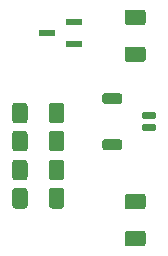
<source format=gbr>
%TF.GenerationSoftware,KiCad,Pcbnew,(5.1.8)-1*%
%TF.CreationDate,2021-08-27T22:01:00+02:00*%
%TF.ProjectId,powerpack_o,706f7765-7270-4616-936b-5f6f2e6b6963,rev?*%
%TF.SameCoordinates,Original*%
%TF.FileFunction,Paste,Top*%
%TF.FilePolarity,Positive*%
%FSLAX46Y46*%
G04 Gerber Fmt 4.6, Leading zero omitted, Abs format (unit mm)*
G04 Created by KiCad (PCBNEW (5.1.8)-1) date 2021-08-27 22:01:00*
%MOMM*%
%LPD*%
G01*
G04 APERTURE LIST*
%ADD10R,1.380000X0.600000*%
G04 APERTURE END LIST*
%TO.C,R2*%
G36*
G01*
X173680000Y-36915001D02*
X173680000Y-35664999D01*
G75*
G02*
X173929999Y-35415000I249999J0D01*
G01*
X174730001Y-35415000D01*
G75*
G02*
X174980000Y-35664999I0J-249999D01*
G01*
X174980000Y-36915001D01*
G75*
G02*
X174730001Y-37165000I-249999J0D01*
G01*
X173929999Y-37165000D01*
G75*
G02*
X173680000Y-36915001I0J249999D01*
G01*
G37*
G36*
G01*
X170580000Y-36915001D02*
X170580000Y-35664999D01*
G75*
G02*
X170829999Y-35415000I249999J0D01*
G01*
X171630001Y-35415000D01*
G75*
G02*
X171880000Y-35664999I0J-249999D01*
G01*
X171880000Y-36915001D01*
G75*
G02*
X171630001Y-37165000I-249999J0D01*
G01*
X170829999Y-37165000D01*
G75*
G02*
X170580000Y-36915001I0J249999D01*
G01*
G37*
%TD*%
%TO.C,R1*%
G36*
G01*
X173680000Y-34540002D02*
X173680000Y-33290000D01*
G75*
G02*
X173929999Y-33040001I249999J0D01*
G01*
X174730001Y-33040001D01*
G75*
G02*
X174980000Y-33290000I0J-249999D01*
G01*
X174980000Y-34540002D01*
G75*
G02*
X174730001Y-34790001I-249999J0D01*
G01*
X173929999Y-34790001D01*
G75*
G02*
X173680000Y-34540002I0J249999D01*
G01*
G37*
G36*
G01*
X170580000Y-34540002D02*
X170580000Y-33290000D01*
G75*
G02*
X170829999Y-33040001I249999J0D01*
G01*
X171630001Y-33040001D01*
G75*
G02*
X171880000Y-33290000I0J-249999D01*
G01*
X171880000Y-34540002D01*
G75*
G02*
X171630001Y-34790001I-249999J0D01*
G01*
X170829999Y-34790001D01*
G75*
G02*
X170580000Y-34540002I0J249999D01*
G01*
G37*
%TD*%
D10*
%TO.C,U1*%
X173510800Y-27127200D03*
X175840800Y-26177200D03*
X175840800Y-28077200D03*
%TD*%
%TO.C,C1*%
G36*
G01*
X180349997Y-43876800D02*
X181650003Y-43876800D01*
G75*
G02*
X181900000Y-44126797I0J-249997D01*
G01*
X181900000Y-44951803D01*
G75*
G02*
X181650003Y-45201800I-249997J0D01*
G01*
X180349997Y-45201800D01*
G75*
G02*
X180100000Y-44951803I0J249997D01*
G01*
X180100000Y-44126797D01*
G75*
G02*
X180349997Y-43876800I249997J0D01*
G01*
G37*
G36*
G01*
X180349997Y-40751800D02*
X181650003Y-40751800D01*
G75*
G02*
X181900000Y-41001797I0J-249997D01*
G01*
X181900000Y-41826803D01*
G75*
G02*
X181650003Y-42076800I-249997J0D01*
G01*
X180349997Y-42076800D01*
G75*
G02*
X180100000Y-41826803I0J249997D01*
G01*
X180100000Y-41001797D01*
G75*
G02*
X180349997Y-40751800I249997J0D01*
G01*
G37*
%TD*%
%TO.C,C2*%
G36*
G01*
X180349997Y-25156200D02*
X181650003Y-25156200D01*
G75*
G02*
X181900000Y-25406197I0J-249997D01*
G01*
X181900000Y-26231203D01*
G75*
G02*
X181650003Y-26481200I-249997J0D01*
G01*
X180349997Y-26481200D01*
G75*
G02*
X180100000Y-26231203I0J249997D01*
G01*
X180100000Y-25406197D01*
G75*
G02*
X180349997Y-25156200I249997J0D01*
G01*
G37*
G36*
G01*
X180349997Y-28281200D02*
X181650003Y-28281200D01*
G75*
G02*
X181900000Y-28531197I0J-249997D01*
G01*
X181900000Y-29356203D01*
G75*
G02*
X181650003Y-29606200I-249997J0D01*
G01*
X180349997Y-29606200D01*
G75*
G02*
X180100000Y-29356203I0J249997D01*
G01*
X180100000Y-28531197D01*
G75*
G02*
X180349997Y-28281200I249997J0D01*
G01*
G37*
%TD*%
%TO.C,J1*%
G36*
G01*
X181692400Y-33845600D02*
X182642400Y-33845600D01*
G75*
G02*
X182792400Y-33995600I0J-150000D01*
G01*
X182792400Y-34295600D01*
G75*
G02*
X182642400Y-34445600I-150000J0D01*
G01*
X181692400Y-34445600D01*
G75*
G02*
X181542400Y-34295600I0J150000D01*
G01*
X181542400Y-33995600D01*
G75*
G02*
X181692400Y-33845600I150000J0D01*
G01*
G37*
G36*
G01*
X181692400Y-34845600D02*
X182642400Y-34845600D01*
G75*
G02*
X182792400Y-34995600I0J-150000D01*
G01*
X182792400Y-35295600D01*
G75*
G02*
X182642400Y-35445600I-150000J0D01*
G01*
X181692400Y-35445600D01*
G75*
G02*
X181542400Y-35295600I0J150000D01*
G01*
X181542400Y-34995600D01*
G75*
G02*
X181692400Y-34845600I150000J0D01*
G01*
G37*
G36*
G01*
X178417400Y-32245600D02*
X179667400Y-32245600D01*
G75*
G02*
X179892400Y-32470600I0J-225000D01*
G01*
X179892400Y-32920600D01*
G75*
G02*
X179667400Y-33145600I-225000J0D01*
G01*
X178417400Y-33145600D01*
G75*
G02*
X178192400Y-32920600I0J225000D01*
G01*
X178192400Y-32470600D01*
G75*
G02*
X178417400Y-32245600I225000J0D01*
G01*
G37*
G36*
G01*
X178417400Y-36145600D02*
X179667400Y-36145600D01*
G75*
G02*
X179892400Y-36370600I0J-225000D01*
G01*
X179892400Y-36820600D01*
G75*
G02*
X179667400Y-37045600I-225000J0D01*
G01*
X178417400Y-37045600D01*
G75*
G02*
X178192400Y-36820600I0J225000D01*
G01*
X178192400Y-36370600D01*
G75*
G02*
X178417400Y-36145600I225000J0D01*
G01*
G37*
%TD*%
%TO.C,R3*%
G36*
G01*
X170580000Y-39365001D02*
X170580000Y-38114999D01*
G75*
G02*
X170829999Y-37865000I249999J0D01*
G01*
X171630001Y-37865000D01*
G75*
G02*
X171880000Y-38114999I0J-249999D01*
G01*
X171880000Y-39365001D01*
G75*
G02*
X171630001Y-39615000I-249999J0D01*
G01*
X170829999Y-39615000D01*
G75*
G02*
X170580000Y-39365001I0J249999D01*
G01*
G37*
G36*
G01*
X173680000Y-39365001D02*
X173680000Y-38114999D01*
G75*
G02*
X173929999Y-37865000I249999J0D01*
G01*
X174730001Y-37865000D01*
G75*
G02*
X174980000Y-38114999I0J-249999D01*
G01*
X174980000Y-39365001D01*
G75*
G02*
X174730001Y-39615000I-249999J0D01*
G01*
X173929999Y-39615000D01*
G75*
G02*
X173680000Y-39365001I0J249999D01*
G01*
G37*
%TD*%
%TO.C,R4*%
G36*
G01*
X170590000Y-41755000D02*
X170590000Y-40505000D01*
G75*
G02*
X170840000Y-40255000I250000J0D01*
G01*
X171640000Y-40255000D01*
G75*
G02*
X171890000Y-40505000I0J-250000D01*
G01*
X171890000Y-41755000D01*
G75*
G02*
X171640000Y-42005000I-250000J0D01*
G01*
X170840000Y-42005000D01*
G75*
G02*
X170590000Y-41755000I0J250000D01*
G01*
G37*
G36*
G01*
X173690000Y-41755000D02*
X173690000Y-40505000D01*
G75*
G02*
X173940000Y-40255000I250000J0D01*
G01*
X174740000Y-40255000D01*
G75*
G02*
X174990000Y-40505000I0J-250000D01*
G01*
X174990000Y-41755000D01*
G75*
G02*
X174740000Y-42005000I-250000J0D01*
G01*
X173940000Y-42005000D01*
G75*
G02*
X173690000Y-41755000I0J250000D01*
G01*
G37*
%TD*%
M02*

</source>
